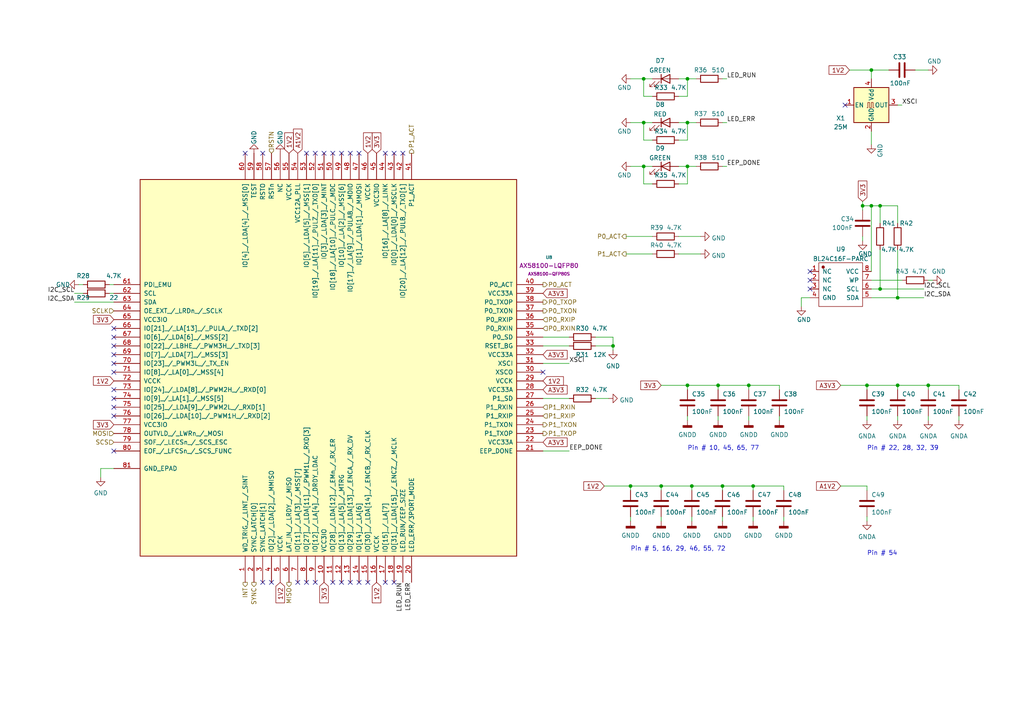
<source format=kicad_sch>
(kicad_sch (version 20211123) (generator eeschema)
  (paper "A4")
  (lib_symbols
    (symbol "Device:C" (pin_numbers hide) (pin_names (offset 0.254))
      (property "Reference" "C" (at 0.635 2.54 0))
      (property "Value" "C" (at 0.635 -2.54 0))
      (symbol "C_0_1"
        (polyline (pts (xy -2.032 -0.762) (xy 2.032 -0.762)) (stroke (width 0.508)))
        (polyline (pts (xy -2.032 0.762) (xy 2.032 0.762)) (stroke (width 0.508)))
      )
      (symbol "C_1_1"
        (pin passive line (at 0 3.81 270) (length 2.794) (name "~") (number "1"))
        (pin passive line (at 0 -3.81 90) (length 2.794) (name "~") (number "2"))
      )
    )
    (symbol "Device:LED" (pin_numbers hide) (pin_names (offset 1.016) hide)
      (property "Reference" "D" (at 0 2.54 0))
      (property "Value" "LED" (at 0 -2.54 0))
      (symbol "LED_0_1"
        (polyline (pts (xy -1.27 -1.27) (xy -1.27 1.27)) (stroke (width 0.254)))
        (polyline (pts (xy -1.27 0) (xy 1.27 0)))
        (polyline (pts (xy 1.27 -1.27) (xy 1.27 1.27) (xy -1.27 0) (xy 1.27 -1.27)) (stroke (width 0.254)))
        (polyline (pts (xy -3.048 -0.762) (xy -4.572 -2.286) (xy -3.81 -2.286) (xy -4.572 -2.286) (xy -4.572 -1.524)))
        (polyline (pts (xy -1.778 -0.762) (xy -3.302 -2.286) (xy -2.54 -2.286) (xy -3.302 -2.286) (xy -3.302 -1.524)))
      )
      (symbol "LED_1_1"
        (pin passive line (at -3.81 0 0) (length 2.54) (name "K") (number "1"))
        (pin passive line (at 3.81 0 180) (length 2.54) (name "A") (number "2"))
      )
    )
    (symbol "Device:R" (pin_numbers hide) (pin_names (offset 0))
      (property "Reference" "R" (at 2.032 0 90))
      (property "Value" "R" (at 0 0 90))
      (symbol "R_0_1"
        (rectangle (start -1.016 -2.54) (end 1.016 2.54) (stroke (width 0.254)))
      )
      (symbol "R_1_1"
        (pin passive line (at 0 3.81 270) (length 1.27) (name "~") (number "1"))
        (pin passive line (at 0 -3.81 90) (length 1.27) (name "~") (number "2"))
      )
    )
    (symbol "ECAT:AX58100-LQPF80" (pin_names (offset 1.016))
      (property "Reference" "U" (at -7.62 8.89 0))
      (property "user" "AX58100-LQFP80" (at 43.18 -50.8 0))
      (property "Comment" "AX58100-QFP80S" (at -3.81 8.89 0))
      (symbol "AX58100-LQPF80_1_1"
        (rectangle (start 0 -109.22) (end 109.22 0) (stroke (width 0.254)) (fill (type background)))
        (pin output line (at 30.48 -116.84 90) (length 7.62) (name "WD_TRIG_/_LINT_/_SINT") (number "1"))
        (pin power_in line (at 53.34 -116.84 90) (length 7.62) (name "VCC3IO") (number "10"))
        (pin bidirectional line (at 55.88 -116.84 90) (length 7.62) (name "IO[28]_/_LDA[12]_/_EMn_/_RX_ER") (number "11"))
        (pin bidirectional line (at 58.42 -116.84 90) (length 7.62) (name "IO[13]_/_LA[5]_/_MTRG") (number "12"))
        (pin bidirectional line (at 60.96 -116.84 90) (length 7.62) (name "IO[29]_/_LDA[13]_/_ENCA_/_RX_DV") (number "13"))
        (pin bidirectional line (at 63.5 -116.84 90) (length 7.62) (name "IO[14]_/_LA[6]") (number "14"))
        (pin bidirectional line (at 66.04 -116.84 90) (length 7.62) (name "IO[30]_/_LDA[14]_/_ENCB_/_RX_CLK") (number "15"))
        (pin power_in line (at 68.58 -116.84 90) (length 7.62) (name "VCCK") (number "16"))
        (pin bidirectional line (at 71.12 -116.84 90) (length 7.62) (name "IO[15]_/_LA[7]") (number "17"))
        (pin bidirectional line (at 73.66 -116.84 90) (length 7.62) (name "IO[31]_/_LDA[15]_/_ENCZ_/_MCLK") (number "18"))
        (pin output line (at 76.2 -116.84 90) (length 7.62) (name "LED_RUN/EEP_SIZE") (number "19"))
        (pin bidirectional line (at 33.02 -116.84 90) (length 7.62) (name "SYNC_LATCH[0]") (number "2"))
        (pin output line (at 78.74 -116.84 90) (length 7.62) (name "LED_ERR/3PORT_MODE") (number "20"))
        (pin output line (at 116.84 -78.74 180) (length 7.62) (name "EEP_DONE") (number "21"))
        (pin power_in line (at 116.84 -76.2 180) (length 7.62) (name "VCC33A") (number "22"))
        (pin output line (at 116.84 -73.66 180) (length 7.62) (name "P1_TXOP") (number "23"))
        (pin output line (at 116.84 -71.12 180) (length 7.62) (name "P1_TXON") (number "24"))
        (pin input line (at 116.84 -68.58 180) (length 7.62) (name "P1_RXIP") (number "25"))
        (pin input line (at 116.84 -66.04 180) (length 7.62) (name "P1_RXIN") (number "26"))
        (pin input line (at 116.84 -63.5 180) (length 7.62) (name "P1_SD") (number "27"))
        (pin power_in line (at 116.84 -60.96 180) (length 7.62) (name "VCC33A") (number "28"))
        (pin power_in line (at 116.84 -58.42 180) (length 7.62) (name "VCCK") (number "29"))
        (pin bidirectional line (at 35.56 -116.84 90) (length 7.62) (name "SYNC_LATCH[1]") (number "3"))
        (pin bidirectional line (at 116.84 -55.88 180) (length 7.62) (name "XSCO") (number "30"))
        (pin input line (at 116.84 -53.34 180) (length 7.62) (name "XSCI") (number "31"))
        (pin power_in line (at 116.84 -50.8 180) (length 7.62) (name "VCC33A") (number "32"))
        (pin bidirectional line (at 116.84 -48.26 180) (length 7.62) (name "RSET_BG") (number "33"))
        (pin input line (at 116.84 -45.72 180) (length 7.62) (name "P0_SD") (number "34"))
        (pin input line (at 116.84 -43.18 180) (length 7.62) (name "P0_RXIN") (number "35"))
        (pin input line (at 116.84 -40.64 180) (length 7.62) (name "P0_RXIP") (number "36"))
        (pin output line (at 116.84 -38.1 180) (length 7.62) (name "P0_TXON") (number "37"))
        (pin output line (at 116.84 -35.56 180) (length 7.62) (name "P0_TXOP") (number "38"))
        (pin power_in line (at 116.84 -33.02 180) (length 7.62) (name "VCC33A") (number "39"))
        (pin bidirectional line (at 38.1 -116.84 90) (length 7.62) (name "IO[2]_/_LDA[2]_/_MMISO") (number "4"))
        (pin output line (at 116.84 -30.48 180) (length 7.62) (name "P0_ACT") (number "40"))
        (pin output line (at 78.74 7.62 270) (length 7.62) (name "P1_ACT") (number "41"))
        (pin bidirectional line (at 76.2 7.62 270) (length 7.62) (name "IO[20]_/_LA[12]_/_PULB_/_TXD[1]") (number "42"))
        (pin bidirectional line (at 73.66 7.62 270) (length 7.62) (name "IO[0]_/_LDA[0]_/_MSCLK") (number "43"))
        (pin bidirectional line (at 71.12 7.62 270) (length 7.62) (name "IO[16]_/_LA[8]_/_LINK") (number "44"))
        (pin power_in line (at 68.58 7.62 270) (length 7.62) (name "VCC3IO") (number "45"))
        (pin power_in line (at 66.04 7.62 270) (length 7.62) (name "VCCK") (number "46"))
        (pin bidirectional line (at 63.5 7.62 270) (length 7.62) (name "IO[1]_/_LDA[1]_/_MMOSI") (number "47"))
        (pin bidirectional line (at 60.96 7.62 270) (length 7.62) (name "IO[17]_/_LA[9]_/_PULAB_/_MDIO") (number "48"))
        (pin bidirectional line (at 58.42 7.62 270) (length 7.62) (name "IO[10]_/_LA[2]_/_MSS[6]") (number "49"))
        (pin power_in line (at 40.64 -116.84 90) (length 7.62) (name "VCCK") (number "5"))
        (pin bidirectional line (at 55.88 7.62 270) (length 7.62) (name "IO[18]_/_LA[10]_/_PULC_/_MDC") (number "50"))
        (pin bidirectional line (at 53.34 7.62 270) (length 7.62) (name "IO[3]_/_LDA[3]_/_MINT") (number "51"))
        (pin bidirectional line (at 50.8 7.62 270) (length 7.62) (name "IO[19]_/_LA[11]_/_PULZ_/_TXD[0]") (number "52"))
        (pin bidirectional line (at 48.26 7.62 270) (length 7.62) (name "IO[5]_/_LDA[5]_/_MSS[1]") (number "53"))
        (pin power_in line (at 45.72 7.62 270) (length 7.62) (name "VCC12A_PLL") (number "54"))
        (pin power_in line (at 43.18 7.62 270) (length 7.62) (name "VCCK") (number "55"))
        (pin input line (at 40.64 7.62 270) (length 7.62) (name "NC") (number "56"))
        (pin input line (at 38.1 7.62 270) (length 7.62) (name "RSTn") (number "57"))
        (pin output line (at 35.56 7.62 270) (length 7.62) (name "RSTO") (number "58"))
        (pin input line (at 33.02 7.62 270) (length 7.62) (name "TEST") (number "59"))
        (pin bidirectional line (at 43.18 -116.84 90) (length 7.62) (name "LAT_IN_/_LRDY_/_MISO") (number "6"))
        (pin bidirectional line (at 30.48 7.62 270) (length 7.62) (name "IO[4]_/_LDA[4]_/_MSS[0]") (number "60"))
        (pin input line (at -7.62 -30.48 0) (length 7.62) (name "PDI_EMU") (number "61"))
        (pin output line (at -7.62 -33.02 0) (length 7.62) (name "SCL") (number "62"))
        (pin bidirectional line (at -7.62 -35.56 0) (length 7.62) (name "SDA") (number "63"))
        (pin input line (at -7.62 -38.1 0) (length 7.62) (name "OE_EXT_/_LRDn_/_SCLK") (number "64"))
        (pin power_in line (at -7.62 -40.64 0) (length 7.62) (name "VCC3IO") (number "65"))
        (pin bidirectional line (at -7.62 -43.18 0) (length 7.62) (name "IO[21]_/_LA[13]_/_PULA_/_TXD[2]") (number "66"))
        (pin bidirectional line (at -7.62 -45.72 0) (length 7.62) (name "IO[6]_/_LDA[6]_/_MSS[2]") (number "67"))
        (pin bidirectional line (at -7.62 -48.26 0) (length 7.62) (name "IO[22]_/_LBHE_/_PWM3H_/_TXD[3]") (number "68"))
        (pin bidirectional line (at -7.62 -50.8 0) (length 7.62) (name "IO[7]_/_LDA[7]_/_MSS[3]") (number "69"))
        (pin bidirectional line (at 45.72 -116.84 90) (length 7.62) (name "IO[11]_/_LA[3]_/_MSS[7]") (number "7"))
        (pin bidirectional line (at -7.62 -53.34 0) (length 7.62) (name "IO[23]_/_PWM3L_/_TX_EN") (number "70"))
        (pin bidirectional line (at -7.62 -55.88 0) (length 7.62) (name "IO[8]_/_LA[0]_/_MSS[4]") (number "71"))
        (pin power_in line (at -7.62 -58.42 0) (length 7.62) (name "VCCK") (number "72"))
        (pin bidirectional line (at -7.62 -60.96 0) (length 7.62) (name "IO[24]_/_LDA[8]_/_PWM2H_/_RXD[0]") (number "73"))
        (pin bidirectional line (at -7.62 -63.5 0) (length 7.62) (name "IO[9]_/_LA[1]_/_MSS[5]") (number "74"))
        (pin bidirectional line (at -7.62 -66.04 0) (length 7.62) (name "IO[25]_/_LDA[9]_/_PWM2L_/_RXD[1]") (number "75"))
        (pin bidirectional line (at -7.62 -68.58 0) (length 7.62) (name "IO[26]_/_LDA[10]_/_PWM1H_/_RXD[2]") (number "76"))
        (pin power_in line (at -7.62 -71.12 0) (length 7.62) (name "VCC3IO") (number "77"))
        (pin bidirectional line (at -7.62 -73.66 0) (length 7.62) (name "OUTVLD_/_LWRn_/_MOSI") (number "78"))
        (pin bidirectional line (at -7.62 -76.2 0) (length 7.62) (name "SOF_/_LECSn_/_SCS_ESC") (number "79"))
        (pin bidirectional line (at 48.26 -116.84 90) (length 7.62) (name "IO[27]_/_LDA[11]_/_PWM1L_/_RXD[3]") (number "8"))
        (pin bidirectional line (at -7.62 -78.74 0) (length 7.62) (name "EOF_/_LFCSn_/_SCS_FUNC") (number "80"))
        (pin power_in line (at -7.62 -83.82 0) (length 7.62) (name "GND_EPAD") (number "81"))
        (pin bidirectional line (at 50.8 -116.84 90) (length 7.62) (name "IO[12]_/_LA[4]_/_DRDY_LDAC") (number "9"))
      )
    )
    (symbol "ECAT:BL24C16F-PARC" (pin_names (offset 1.016))
      (property "Reference" "U" (at 0 8.9662 0))
      (property "Value" "BL24C16F-PARC" (at 0 14.0462 0))
      (symbol "BL24C16F-PARC_1_1"
        (rectangle (start -6.35 6.35) (end 6.35 -6.35) (stroke (width 0.1524)))
        (circle (center -5.08 5.08) (radius 0.381) (stroke (width 0.1524)) (fill (type outline)))
        (pin input line (at -8.89 3.81 0) (length 2.54) (name "NC") (number "1"))
        (pin input line (at -8.89 1.27 0) (length 2.54) (name "NC") (number "2"))
        (pin input line (at -8.89 -1.27 0) (length 2.54) (name "NC") (number "3"))
        (pin input line (at -8.89 -3.81 0) (length 2.54) (name "GND") (number "4"))
        (pin input line (at 8.89 -3.81 180) (length 2.54) (name "SDA") (number "5"))
        (pin input line (at 8.89 -1.27 180) (length 2.54) (name "SCL") (number "6"))
        (pin input line (at 8.89 1.27 180) (length 2.54) (name "WP") (number "7"))
        (pin input line (at 8.89 3.81 180) (length 2.54) (name "VCC") (number "8"))
      )
    )
    (symbol "Oscillator:ASE-xxxMHz" (pin_names (offset 0.254))
      (property "Reference" "X" (at -5.08 6.35 0))
      (property "Value" "ASE-xxxMHz" (at 1.27 -6.35 0))
      (symbol "ASE-xxxMHz_0_1"
        (rectangle (start -5.08 5.08) (end 5.08 -5.08) (stroke (width 0.254)) (fill (type background)))
        (polyline (pts (xy -1.27 -0.762) (xy -1.016 -0.762) (xy -1.016 0.762) (xy -0.508 0.762) (xy -0.508 -0.762) (xy 0 -0.762) (xy 0 0.762) (xy 0.508 0.762) (xy 0.508 -0.762) (xy 0.762 -0.762)))
      )
      (symbol "ASE-xxxMHz_1_1"
        (pin input line (at -7.62 0 0) (length 2.54) (name "EN") (number "1"))
        (pin power_in line (at 0 -7.62 90) (length 2.54) (name "GND") (number "2"))
        (pin output line (at 7.62 0 180) (length 2.54) (name "OUT") (number "3"))
        (pin power_in line (at 0 7.62 270) (length 2.54) (name "Vdd") (number "4"))
      )
    )
    (symbol "power:GND" (power) (pin_names (offset 0))
      (property "Value" "GND" (at 0 -3.81 0))
      (symbol "GND_0_1"
        (polyline (pts (xy 0 0) (xy 0 -1.27) (xy 1.27 -1.27) (xy 0 -2.54) (xy -1.27 -1.27) (xy 0 -1.27)))
      )
      (symbol "GND_1_1"
        (pin power_in line (at 0 0 270) (length 0) hide (name "GND") (number "1"))
      )
    )
    (symbol "power:GNDA" (power) (pin_names (offset 0))
      (property "Value" "GNDA" (at 0 -3.81 0))
      (symbol "GNDA_0_1"
        (polyline (pts (xy 0 0) (xy 0 -1.27) (xy 1.27 -1.27) (xy 0 -2.54) (xy -1.27 -1.27) (xy 0 -1.27)))
      )
      (symbol "GNDA_1_1"
        (pin power_in line (at 0 0 270) (length 0) hide (name "GNDA") (number "1"))
      )
    )
    (symbol "power:GNDD" (power) (pin_names (offset 0))
      (property "Value" "GNDD" (at 0 -3.175 0))
      (symbol "GNDD_0_1"
        (rectangle (start -1.27 -1.524) (end 1.27 -2.032) (stroke (width 0.254)) (fill (type outline)))
        (polyline (pts (xy 0 0) (xy 0 -1.524)))
      )
      (symbol "GNDD_1_1"
        (pin power_in line (at 0 0 270) (length 0) hide (name "GNDD") (number "1"))
      )
    )
  )
  (junction (at 260.35 111.76))
  (junction (at 199.39 48.26))
  (junction (at 255.27 59.69))
  (junction (at 218.44 140.97))
  (junction (at 177.8 100.33))
  (junction (at 251.46 111.76))
  (junction (at 252.73 20.32))
  (junction (at 217.17 111.76))
  (junction (at 191.77 140.97))
  (junction (at 199.39 111.76))
  (junction (at 199.39 35.56))
  (junction (at 186.69 35.56))
  (junction (at 200.66 140.97))
  (junction (at 269.24 111.76))
  (junction (at 186.69 22.86))
  (junction (at 250.19 59.69))
  (junction (at 208.28 111.76))
  (junction (at 199.39 22.86))
  (junction (at 182.88 140.97))
  (junction (at 209.55 140.97))
  (junction (at 260.35 86.36))
  (junction (at 186.69 48.26))
  (junction (at 255.27 83.82))
  (junction (at 252.73 59.69))
  (no_connect (at 33.02 130.81))
  (no_connect (at 234.95 78.74))
  (no_connect (at 234.95 81.28))
  (no_connect (at 234.95 83.82))
  (no_connect (at 71.12 44.45))
  (no_connect (at 76.2 44.45))
  (no_connect (at 101.6 44.45))
  (no_connect (at 104.14 44.45))
  (no_connect (at 99.06 44.45))
  (no_connect (at 88.9 44.45))
  (no_connect (at 91.44 44.45))
  (no_connect (at 93.98 44.45))
  (no_connect (at 96.52 44.45))
  (no_connect (at 157.48 107.95))
  (no_connect (at 33.02 120.65))
  (no_connect (at 33.02 118.11))
  (no_connect (at 33.02 115.57))
  (no_connect (at 33.02 113.03))
  (no_connect (at 111.76 168.91))
  (no_connect (at 114.3 168.91))
  (no_connect (at 114.3 44.45))
  (no_connect (at 33.02 107.95))
  (no_connect (at 33.02 105.41))
  (no_connect (at 33.02 102.87))
  (no_connect (at 33.02 100.33))
  (no_connect (at 33.02 97.79))
  (no_connect (at 33.02 95.25))
  (no_connect (at 245.11 30.48))
  (no_connect (at 111.76 44.45))
  (no_connect (at 116.84 44.45))
  (no_connect (at 106.68 168.91))
  (no_connect (at 101.6 168.91))
  (no_connect (at 104.14 168.91))
  (no_connect (at 76.2 168.91))
  (no_connect (at 78.74 168.91))
  (no_connect (at 86.36 168.91))
  (no_connect (at 88.9 168.91))
  (no_connect (at 91.44 168.91))
  (no_connect (at 96.52 168.91))
  (no_connect (at 99.06 168.91))
  (wire (pts (xy 199.39 111.76) (xy 208.28 111.76)))
  (wire (pts (xy 182.88 140.97) (xy 191.77 140.97)))
  (wire (pts (xy 218.44 149.86) (xy 218.44 151.13)))
  (wire (pts (xy 177.8 100.33) (xy 177.8 97.79)))
  (wire (pts (xy 250.19 58.42) (xy 250.19 59.69)))
  (wire (pts (xy 210.82 48.26) (xy 209.55 48.26)))
  (wire (pts (xy 172.72 100.33) (xy 177.8 100.33)))
  (wire (pts (xy 208.28 111.76) (xy 217.17 111.76)))
  (wire (pts (xy 243.84 111.76) (xy 251.46 111.76)))
  (wire (pts (xy 157.48 115.57) (xy 165.1 115.57)))
  (wire (pts (xy 199.39 120.65) (xy 199.39 121.92)))
  (wire (pts (xy 255.27 83.82) (xy 267.97 83.82)))
  (wire (pts (xy 181.61 68.58) (xy 189.23 68.58)))
  (wire (pts (xy 227.33 149.86) (xy 227.33 151.13)))
  (wire (pts (xy 29.21 138.43) (xy 29.21 135.89)))
  (wire (pts (xy 196.85 48.26) (xy 199.39 48.26)))
  (wire (pts (xy 181.61 73.66) (xy 189.23 73.66)))
  (wire (pts (xy 252.73 83.82) (xy 255.27 83.82)))
  (wire (pts (xy 191.77 111.76) (xy 199.39 111.76)))
  (wire (pts (xy 269.24 120.65) (xy 269.24 121.92)))
  (wire (pts (xy 200.66 140.97) (xy 200.66 142.24)))
  (wire (pts (xy 218.44 140.97) (xy 218.44 142.24)))
  (wire (pts (xy 265.43 20.32) (xy 269.24 20.32)))
  (wire (pts (xy 260.35 111.76) (xy 269.24 111.76)))
  (wire (pts (xy 196.85 27.94) (xy 199.39 27.94)))
  (wire (pts (xy 260.35 72.39) (xy 260.35 86.36)))
  (wire (pts (xy 199.39 35.56) (xy 201.93 35.56)))
  (wire (pts (xy 199.39 53.34) (xy 199.39 48.26)))
  (wire (pts (xy 252.73 81.28) (xy 261.62 81.28)))
  (wire (pts (xy 269.24 111.76) (xy 278.13 111.76)))
  (wire (pts (xy 251.46 111.76) (xy 260.35 111.76)))
  (wire (pts (xy 255.27 59.69) (xy 252.73 59.69)))
  (wire (pts (xy 21.59 85.09) (xy 24.13 85.09)))
  (wire (pts (xy 157.48 100.33) (xy 165.1 100.33)))
  (wire (pts (xy 200.66 140.97) (xy 209.55 140.97)))
  (wire (pts (xy 200.66 149.86) (xy 200.66 151.13)))
  (wire (pts (xy 191.77 140.97) (xy 200.66 140.97)))
  (wire (pts (xy 186.69 48.26) (xy 189.23 48.26)))
  (wire (pts (xy 196.85 40.64) (xy 199.39 40.64)))
  (wire (pts (xy 252.73 38.1) (xy 252.73 41.91)))
  (wire (pts (xy 260.35 111.76) (xy 260.35 113.03)))
  (wire (pts (xy 196.85 22.86) (xy 199.39 22.86)))
  (wire (pts (xy 246.38 20.32) (xy 252.73 20.32)))
  (wire (pts (xy 255.27 72.39) (xy 255.27 83.82)))
  (wire (pts (xy 191.77 140.97) (xy 191.77 142.24)))
  (wire (pts (xy 196.85 53.34) (xy 199.39 53.34)))
  (wire (pts (xy 250.19 59.69) (xy 250.19 60.96)))
  (wire (pts (xy 209.55 140.97) (xy 218.44 140.97)))
  (wire (pts (xy 251.46 120.65) (xy 251.46 121.92)))
  (wire (pts (xy 189.23 27.94) (xy 186.69 27.94)))
  (wire (pts (xy 255.27 64.77) (xy 255.27 59.69)))
  (wire (pts (xy 260.35 64.77) (xy 260.35 59.69)))
  (wire (pts (xy 209.55 149.86) (xy 209.55 151.13)))
  (wire (pts (xy 252.73 59.69) (xy 250.19 59.69)))
  (wire (pts (xy 199.39 40.64) (xy 199.39 35.56)))
  (wire (pts (xy 186.69 22.86) (xy 189.23 22.86)))
  (wire (pts (xy 186.69 53.34) (xy 186.69 48.26)))
  (wire (pts (xy 31.75 85.09) (xy 33.02 85.09)))
  (wire (pts (xy 182.88 140.97) (xy 182.88 142.24)))
  (wire (pts (xy 243.84 140.97) (xy 251.46 140.97)))
  (wire (pts (xy 252.73 20.32) (xy 252.73 22.86)))
  (wire (pts (xy 218.44 140.97) (xy 227.33 140.97)))
  (wire (pts (xy 261.62 30.48) (xy 260.35 30.48)))
  (wire (pts (xy 260.35 86.36) (xy 267.97 86.36)))
  (wire (pts (xy 21.59 87.63) (xy 33.02 87.63)))
  (wire (pts (xy 165.1 130.81) (xy 157.48 130.81)))
  (wire (pts (xy 217.17 120.65) (xy 217.17 121.92)))
  (wire (pts (xy 269.24 111.76) (xy 269.24 113.03)))
  (wire (pts (xy 251.46 149.86) (xy 251.46 151.13)))
  (wire (pts (xy 252.73 86.36) (xy 260.35 86.36)))
  (wire (pts (xy 31.75 82.55) (xy 33.02 82.55)))
  (wire (pts (xy 177.8 101.6) (xy 177.8 100.33)))
  (wire (pts (xy 199.39 111.76) (xy 199.39 113.03)))
  (wire (pts (xy 172.72 115.57) (xy 176.53 115.57)))
  (wire (pts (xy 251.46 111.76) (xy 251.46 113.03)))
  (wire (pts (xy 22.86 82.55) (xy 24.13 82.55)))
  (wire (pts (xy 196.85 35.56) (xy 199.39 35.56)))
  (wire (pts (xy 226.06 120.65) (xy 226.06 121.92)))
  (wire (pts (xy 186.69 27.94) (xy 186.69 22.86)))
  (wire (pts (xy 269.24 81.28) (xy 270.51 81.28)))
  (wire (pts (xy 165.1 105.41) (xy 157.48 105.41)))
  (wire (pts (xy 175.26 140.97) (xy 182.88 140.97)))
  (wire (pts (xy 260.35 59.69) (xy 255.27 59.69)))
  (wire (pts (xy 217.17 111.76) (xy 226.06 111.76)))
  (wire (pts (xy 209.55 140.97) (xy 209.55 142.24)))
  (wire (pts (xy 252.73 20.32) (xy 257.81 20.32)))
  (wire (pts (xy 208.28 120.65) (xy 208.28 121.92)))
  (wire (pts (xy 182.88 22.86) (xy 186.69 22.86)))
  (wire (pts (xy 210.82 22.86) (xy 209.55 22.86)))
  (wire (pts (xy 199.39 48.26) (xy 201.93 48.26)))
  (wire (pts (xy 189.23 40.64) (xy 186.69 40.64)))
  (wire (pts (xy 182.88 35.56) (xy 186.69 35.56)))
  (wire (pts (xy 278.13 111.76) (xy 278.13 113.03)))
  (wire (pts (xy 226.06 111.76) (xy 226.06 113.03)))
  (wire (pts (xy 227.33 140.97) (xy 227.33 142.24)))
  (wire (pts (xy 29.21 135.89) (xy 33.02 135.89)))
  (wire (pts (xy 157.48 97.79) (xy 165.1 97.79)))
  (wire (pts (xy 232.41 88.9) (xy 232.41 86.36)))
  (wire (pts (xy 196.85 73.66) (xy 203.2 73.66)))
  (wire (pts (xy 186.69 35.56) (xy 189.23 35.56)))
  (wire (pts (xy 251.46 140.97) (xy 251.46 142.24)))
  (wire (pts (xy 210.82 35.56) (xy 209.55 35.56)))
  (wire (pts (xy 217.17 111.76) (xy 217.17 113.03)))
  (wire (pts (xy 196.85 68.58) (xy 203.2 68.58)))
  (wire (pts (xy 252.73 78.74) (xy 252.73 59.69)))
  (wire (pts (xy 182.88 149.86) (xy 182.88 151.13)))
  (wire (pts (xy 278.13 120.65) (xy 278.13 121.92)))
  (wire (pts (xy 250.19 68.58) (xy 250.19 69.85)))
  (wire (pts (xy 199.39 22.86) (xy 201.93 22.86)))
  (wire (pts (xy 177.8 97.79) (xy 172.72 97.79)))
  (wire (pts (xy 191.77 149.86) (xy 191.77 151.13)))
  (wire (pts (xy 260.35 120.65) (xy 260.35 121.92)))
  (wire (pts (xy 182.88 48.26) (xy 186.69 48.26)))
  (wire (pts (xy 186.69 40.64) (xy 186.69 35.56)))
  (wire (pts (xy 208.28 111.76) (xy 208.28 113.03)))
  (wire (pts (xy 189.23 53.34) (xy 186.69 53.34)))
  (wire (pts (xy 232.41 86.36) (xy 234.95 86.36)))
  (wire (pts (xy 199.39 27.94) (xy 199.39 22.86)))
  (text "Pin # 5, 16, 29, 46, 55, 72" (at 182.88 160.02 0) (effects (font (size 1.27 1.27)) (justify left bottom)))
  (text "Pin # 10, 45, 65, 77" (at 199.39 130.81 0) (effects (font (size 1.27 1.27)) (justify left bottom)))
  (text "Pin # 54" (at 251.46 161.29 0) (effects (font (size 1.27 1.27)) (justify left bottom)))
  (text "Pin # 22, 28, 32, 39" (at 251.46 130.81 0) (effects (font (size 1.27 1.27)) (justify left bottom)))
  (label "I2C_SCL" (at 267.97 83.82 0))
  (label "I2C_SCL" (at 21.59 85.09 180))
  (label "LED_ERR" (at 119.38 168.91 270))
  (label "LED_RUN" (at 116.84 168.91 270))
  (label "EEP_DONE" (at 165.1 130.81 0))
  (label "EEP_DONE" (at 210.82 48.26 0))
  (label "I2C_SDA" (at 267.97 86.36 0))
  (label "LED_RUN" (at 210.82 22.86 0))
  (label "XSCI" (at 165.1 105.41 0))
  (label "XSCI" (at 261.62 30.48 0))
  (label "I2C_SDA" (at 21.59 87.63 180))
  (label "LED_ERR" (at 210.82 35.56 0))
  (global_label "A3V3" (shape input) (at 157.48 102.87 0) (property "Intersheet References" "${INTERSHEET_REFS}" (effects hide)))
  (global_label "1V2" (shape input) (at 33.02 110.49 180) (property "Intersheet References" "${INTERSHEET_REFS}" (effects hide)))
  (global_label "A3V3" (shape input) (at 157.48 113.03 0) (property "Intersheet References" "${INTERSHEET_REFS}" (effects hide)))
  (global_label "A3V3" (shape input) (at 157.48 85.09 0) (property "Intersheet References" "${INTERSHEET_REFS}" (effects hide)))
  (global_label "1V2" (shape input) (at 109.22 168.91 270) (property "Intersheet References" "${INTERSHEET_REFS}" (effects hide)))
  (global_label "3V3" (shape input) (at 33.02 92.71 180) (property "Intersheet References" "${INTERSHEET_REFS}" (effects hide)))
  (global_label "1V2" (shape input) (at 81.28 168.91 270) (property "Intersheet References" "${INTERSHEET_REFS}" (effects hide)))
  (global_label "3V3" (shape input) (at 93.98 168.91 270) (property "Intersheet References" "${INTERSHEET_REFS}" (effects hide)))
  (global_label "1V2" (shape input) (at 106.68 44.45 90) (property "Intersheet References" "${INTERSHEET_REFS}" (effects hide)))
  (global_label "3V3" (shape input) (at 109.22 44.45 90) (property "Intersheet References" "${INTERSHEET_REFS}" (effects hide)))
  (global_label "3V3" (shape input) (at 250.19 58.42 90) (property "Intersheet References" "${INTERSHEET_REFS}" (effects hide)))
  (global_label "1V2" (shape input) (at 246.38 20.32 180) (property "Intersheet References" "${INTERSHEET_REFS}" (effects hide)))
  (global_label "1V2" (shape input) (at 157.48 110.49 0) (property "Intersheet References" "${INTERSHEET_REFS}" (effects hide)))
  (global_label "A3V3" (shape input) (at 157.48 128.27 0) (property "Intersheet References" "${INTERSHEET_REFS}" (effects hide)))
  (global_label "1V2" (shape input) (at 175.26 140.97 180) (property "Intersheet References" "${INTERSHEET_REFS}" (effects hide)))
  (global_label "1V2" (shape input) (at 83.82 44.45 90) (property "Intersheet References" "${INTERSHEET_REFS}" (effects hide)))
  (global_label "A1V2" (shape input) (at 86.36 44.45 90) (property "Intersheet References" "${INTERSHEET_REFS}" (effects hide)))
  (global_label "A1V2" (shape input) (at 243.84 140.97 180) (property "Intersheet References" "${INTERSHEET_REFS}" (effects hide)))
  (global_label "3V3" (shape input) (at 33.02 123.19 180) (property "Intersheet References" "${INTERSHEET_REFS}" (effects hide)))
  (global_label "A3V3" (shape input) (at 243.84 111.76 180) (property "Intersheet References" "${INTERSHEET_REFS}" (effects hide)))
  (global_label "3V3" (shape input) (at 191.77 111.76 180) (property "Intersheet References" "${INTERSHEET_REFS}" (effects hide)))
  (hierarchical_label "SYNC" (shape output) (at 73.66 168.91 270))
  (hierarchical_label "P1_TXOP" (shape output) (at 157.48 125.73 0))
  (hierarchical_label "P0_RXIP" (shape input) (at 157.48 92.71 0))
  (hierarchical_label "RSTN" (shape input) (at 78.74 44.45 90))
  (hierarchical_label "SCLK" (shape input) (at 33.02 90.17 180))
  (hierarchical_label "SCS" (shape input) (at 33.02 128.27 180))
  (hierarchical_label "P1_RXIP" (shape input) (at 157.48 120.65 0))
  (hierarchical_label "P0_TXOP" (shape output) (at 157.48 87.63 0))
  (hierarchical_label "P1_ACT" (shape output) (at 119.38 44.45 90))
  (hierarchical_label "P1_TXON" (shape output) (at 157.48 123.19 0))
  (hierarchical_label "P0_TXON" (shape output) (at 157.48 90.17 0))
  (hierarchical_label "INT" (shape output) (at 71.12 168.91 270))
  (hierarchical_label "P1_RXIN" (shape input) (at 157.48 118.11 0))
  (hierarchical_label "MOSI" (shape input) (at 33.02 125.73 180))
  (hierarchical_label "MISO" (shape output) (at 83.82 168.91 270))
  (hierarchical_label "P0_RXIN" (shape input) (at 157.48 95.25 0))
  (hierarchical_label "P0_ACT" (shape output) (at 181.61 68.58 180))
  (hierarchical_label "P0_ACT" (shape output) (at 157.48 82.55 0))
  (hierarchical_label "P1_ACT" (shape output) (at 181.61 73.66 180))
  (symbol (lib_id "power:GNDD") (at 191.77 151.13 0) (unit 1)
    (property "Reference" "#PWR0186" (effects hide))
    (property "Value" "GNDD" (at 191.77 155.3115 0))
  )
  (symbol (lib_id "power:GNDD") (at 227.33 151.13 0) (unit 1)
    (property "Reference" "#PWR0182" (effects hide))
    (property "Value" "GNDD" (at 227.33 155.3115 0))
  )
  (symbol (lib_id "Device:C") (at 218.44 146.05 0) (unit 1)
    (property "Reference" "C47" (at 219.71 143.51 0) (effects (justify left)))
    (property "Value" "100nF" (at 219.71 148.59 0) (effects (justify left)))
    (property "Footprint" "Capacitor_SMD:C_0603_1608Metric" (effects hide))
  )
  (symbol (lib_id "power:GND") (at 81.28 44.45 180) (unit 1)
    (property "Reference" "#PWR0160" (effects hide))
    (property "Value" "GND" (at 81.28 41.91 90) (effects (justify right)))
  )
  (symbol (lib_id "Device:R") (at 205.74 22.86 90) (unit 1)
    (property "Reference" "R36" (at 203.2 20.32 90))
    (property "Value" "510" (at 208.28 20.32 90))
    (property "Footprint" "Resistor_SMD:R_0603_1608Metric" (effects hide))
  )
  (symbol (lib_id "Device:R") (at 265.43 81.28 90) (unit 1)
    (property "Reference" "R43" (at 261.62 78.74 90))
    (property "Value" "4.7K" (at 266.7 78.74 90))
    (property "Footprint" "Resistor_SMD:R_0603_1608Metric" (effects hide))
  )
  (symbol (lib_id "power:GND") (at 29.21 138.43 0) (unit 1)
    (property "Reference" "#PWR0164" (effects hide))
    (property "Value" "GND" (at 29.21 142.9925 0))
  )
  (symbol (lib_id "power:GNDD") (at 208.28 121.92 0) (unit 1)
    (property "Reference" "#PWR0179" (effects hide))
    (property "Value" "GNDD" (at 208.28 126.1015 0))
  )
  (symbol (lib_id "power:GND") (at 182.88 22.86 270) (unit 1)
    (property "Reference" "#PWR0170" (effects hide))
    (property "Value" "GND" (at 179.07 25.4 90) (effects (justify left)))
  )
  (symbol (lib_id "Device:LED") (at 193.04 48.26 0) (unit 1)
    (property "Reference" "D9" (at 191.4525 43.0235 0))
    (property "Value" "GREEN" (at 191.4525 45.7986 0))
    (property "Footprint" "LED_SMD:LED_0603_1608Metric" (effects hide))
  )
  (symbol (lib_id "Device:C") (at 217.17 116.84 0) (unit 1)
    (property "Reference" "C37" (at 218.44 114.3 0) (effects (justify left)))
    (property "Value" "100nF" (at 218.44 119.38 0) (effects (justify left)))
    (property "Footprint" "Capacitor_SMD:C_0603_1608Metric" (effects hide))
  )
  (symbol (lib_id "Device:C") (at 278.13 116.84 0) (unit 1)
    (property "Reference" "C42" (at 279.4 114.3 0) (effects (justify left)))
    (property "Value" "100nF" (at 279.4 119.38 0) (effects (justify left)))
    (property "Footprint" "Capacitor_SMD:C_0603_1608Metric" (effects hide))
  )
  (symbol (lib_id "Device:C") (at 227.33 146.05 0) (unit 1)
    (property "Reference" "C48" (at 228.6 143.51 0) (effects (justify left)))
    (property "Value" "100nF" (at 228.6 148.59 0) (effects (justify left)))
    (property "Footprint" "Capacitor_SMD:C_0603_1608Metric" (effects hide))
  )
  (symbol (lib_id "power:GND") (at 176.53 115.57 90) (unit 1)
    (property "Reference" "#PWR0163" (effects hide))
    (property "Value" "GND" (at 179.705 116.049 90) (effects (justify right)))
  )
  (symbol (lib_id "power:GNDD") (at 199.39 121.92 0) (unit 1)
    (property "Reference" "#PWR0180" (effects hide))
    (property "Value" "GNDD" (at 199.39 126.1015 0))
  )
  (symbol (lib_id "power:GNDA") (at 251.46 151.13 0) (unit 1)
    (property "Reference" "#PWR0183" (effects hide))
    (property "Value" "GNDA" (at 251.46 155.6925 0))
  )
  (symbol (lib_id "power:GND") (at 73.66 44.45 180) (unit 1)
    (property "Reference" "#PWR0161" (effects hide))
    (property "Value" "GND" (at 73.66 41.91 90) (effects (justify right)))
  )
  (symbol (lib_id "Device:R") (at 255.27 68.58 0) (unit 1)
    (property "Reference" "R41" (at 257.81 64.77 0))
    (property "Value" "4.7K" (at 257.81 72.39 0))
    (property "Footprint" "Resistor_SMD:R_0603_1608Metric" (effects hide))
  )
  (symbol (lib_id "Device:C") (at 209.55 146.05 0) (unit 1)
    (property "Reference" "C46" (at 210.82 143.51 0) (effects (justify left)))
    (property "Value" "100nF" (at 210.82 148.59 0) (effects (justify left)))
    (property "Footprint" "Capacitor_SMD:C_0603_1608Metric" (effects hide))
  )
  (symbol (lib_id "Device:R") (at 193.04 68.58 90) (unit 1)
    (property "Reference" "R39" (at 190.5 66.04 90))
    (property "Value" "4.7K" (at 195.58 66.04 90))
    (property "Footprint" "Resistor_SMD:R_0603_1608Metric" (effects hide))
  )
  (symbol (lib_id "power:GNDA") (at 269.24 121.92 0) (unit 1)
    (property "Reference" "#PWR0173" (effects hide))
    (property "Value" "GNDA" (at 269.24 126.4825 0))
  )
  (symbol (lib_id "Device:C") (at 191.77 146.05 0) (unit 1)
    (property "Reference" "C44" (at 193.04 143.51 0) (effects (justify left)))
    (property "Value" "100nF" (at 193.04 148.59 0) (effects (justify left)))
    (property "Footprint" "Capacitor_SMD:C_0603_1608Metric" (effects hide))
  )
  (symbol (lib_id "Device:C") (at 208.28 116.84 0) (unit 1)
    (property "Reference" "C36" (at 209.55 114.3 0) (effects (justify left)))
    (property "Value" "100nF" (at 209.55 119.38 0) (effects (justify left)))
    (property "Footprint" "Capacitor_SMD:C_0603_1608Metric" (effects hide))
  )
  (symbol (lib_id "power:GNDD") (at 217.17 121.92 0) (unit 1)
    (property "Reference" "#PWR0178" (effects hide))
    (property "Value" "GNDD" (at 217.17 126.1015 0))
  )
  (symbol (lib_id "Device:R") (at 168.91 115.57 90) (unit 1)
    (property "Reference" "R32" (at 168.91 113.03 90))
    (property "Value" "4.7K" (at 173.99 113.03 90))
    (property "Footprint" "Resistor_SMD:R_0603_1608Metric" (effects hide))
  )
  (symbol (lib_id "Device:C") (at 251.46 116.84 0) (unit 1)
    (property "Reference" "C39" (at 252.73 114.3 0) (effects (justify left)))
    (property "Value" "100nF" (at 252.73 119.38 0) (effects (justify left)))
    (property "Footprint" "Capacitor_SMD:C_0603_1608Metric" (effects hide))
  )
  (symbol (lib_id "power:GNDD") (at 200.66 151.13 0) (unit 1)
    (property "Reference" "#PWR0184" (effects hide))
    (property "Value" "GNDD" (at 200.66 155.3115 0))
  )
  (symbol (lib_id "Device:R") (at 193.04 73.66 90) (unit 1)
    (property "Reference" "R40" (at 190.5 71.12 90))
    (property "Value" "4.7K" (at 195.58 71.12 90))
    (property "Footprint" "Resistor_SMD:R_0603_1608Metric" (effects hide))
  )
  (symbol (lib_id "power:GND") (at 22.86 82.55 270) (unit 1)
    (property "Reference" "#PWR0165" (effects hide))
    (property "Value" "GND" (at 20.32 82.55 90) (effects (justify right)))
  )
  (symbol (lib_id "power:GND") (at 203.2 73.66 90) (unit 1)
    (property "Reference" "#PWR0166" (effects hide))
    (property "Value" "GND" (at 206.375 74.139 90) (effects (justify right)))
  )
  (symbol (lib_id "power:GNDD") (at 218.44 151.13 0) (unit 1)
    (property "Reference" "#PWR0181" (effects hide))
    (property "Value" "GNDD" (at 218.44 155.3115 0))
  )
  (symbol (lib_id "Device:R") (at 27.94 82.55 90) (unit 1)
    (property "Reference" "R28" (at 24.13 80.01 90))
    (property "Value" "4.7K" (at 33.02 80.01 90))
    (property "Footprint" "Resistor_SMD:R_0603_1608Metric" (effects hide))
  )
  (symbol (lib_id "ECAT:AX58100-LQPF80") (at 40.64 52.07 0) (unit 1)
    (property "Reference" "U8" (at 159.2285 74.649 0) (effects (font (size 0.889 0.889))))
    (property "Value" "AX58100-LQPF80" (effects hide))
    (property "Footprint" "EXTRA IC:AX58100-QFP80" (effects hide))
    (property "user" "AX58100-LQFP80" (at 159.2285 77.0458 0))
    (property "Comment" "AX58100-QFP80S" (at 159.2285 79.4426 0) (effects (font (size 0.889 0.889))))
  )
  (symbol (lib_id "power:GNDD") (at 226.06 121.92 0) (unit 1)
    (property "Reference" "#PWR0177" (effects hide))
    (property "Value" "GNDD" (at 226.06 126.1015 0))
  )
  (symbol (lib_id "power:GNDD") (at 209.55 151.13 0) (unit 1)
    (property "Reference" "#PWR0185" (effects hide))
    (property "Value" "GNDD" (at 209.55 155.3115 0))
  )
  (symbol (lib_id "Device:C") (at 199.39 116.84 0) (unit 1)
    (property "Reference" "C35" (at 200.66 114.3 0) (effects (justify left)))
    (property "Value" "100nF" (at 200.66 119.38 0) (effects (justify left)))
    (property "Footprint" "Capacitor_SMD:C_0603_1608Metric" (effects hide))
  )
  (symbol (lib_id "Device:R") (at 193.04 40.64 90) (unit 1)
    (property "Reference" "R34" (at 191.77 38.1 90))
    (property "Value" "4.7K" (at 196.85 38.1 90))
    (property "Footprint" "Resistor_SMD:R_0603_1608Metric" (effects hide))
  )
  (symbol (lib_id "Device:R") (at 205.74 35.56 90) (unit 1)
    (property "Reference" "R37" (at 203.2 33.02 90))
    (property "Value" "510" (at 208.28 33.02 90))
    (property "Footprint" "Resistor_SMD:R_0603_1608Metric" (effects hide))
  )
  (symbol (lib_id "Device:R") (at 193.04 53.34 90) (unit 1)
    (property "Reference" "R35" (at 191.77 50.8 90))
    (property "Value" "4.7K" (at 196.85 50.8 90))
    (property "Footprint" "Resistor_SMD:R_0603_1608Metric" (effects hide))
  )
  (symbol (lib_id "power:GND") (at 182.88 35.56 270) (unit 1)
    (property "Reference" "#PWR0169" (effects hide))
    (property "Value" "GND" (at 179.07 38.1 90) (effects (justify left)))
  )
  (symbol (lib_id "Device:C") (at 250.19 64.77 0) (unit 1)
    (property "Reference" "C34" (at 243.84 63.5 0) (effects (justify left)))
    (property "Value" "100nF" (at 241.3 66.04 0) (effects (justify left)))
    (property "Footprint" "Capacitor_SMD:C_0603_1608Metric" (effects hide))
  )
  (symbol (lib_id "power:GNDD") (at 182.88 151.13 0) (unit 1)
    (property "Reference" "#PWR0190" (effects hide))
    (property "Value" "GNDD" (at 182.88 155.3115 0))
  )
  (symbol (lib_id "power:GND") (at 269.24 20.32 90) (unit 1)
    (property "Reference" "#PWR0171" (effects hide))
    (property "Value" "GND" (at 273.05 17.78 90) (effects (justify left)))
  )
  (symbol (lib_id "Device:C") (at 269.24 116.84 0) (unit 1)
    (property "Reference" "C41" (at 270.51 114.3 0) (effects (justify left)))
    (property "Value" "100nF" (at 270.51 119.38 0) (effects (justify left)))
    (property "Footprint" "Capacitor_SMD:C_0603_1608Metric" (effects hide))
  )
  (symbol (lib_id "Device:LED") (at 193.04 22.86 0) (unit 1)
    (property "Reference" "D7" (at 191.4525 17.6235 0))
    (property "Value" "GREEN" (at 191.4525 20.3986 0))
    (property "Footprint" "LED_SMD:LED_0603_1608Metric" (effects hide))
  )
  (symbol (lib_id "Device:C") (at 182.88 146.05 0) (unit 1)
    (property "Reference" "C43" (at 184.15 143.51 0) (effects (justify left)))
    (property "Value" "100nF" (at 184.15 148.59 0) (effects (justify left)))
    (property "Footprint" "Capacitor_SMD:C_0603_1608Metric" (effects hide))
  )
  (symbol (lib_id "power:GNDA") (at 251.46 121.92 0) (unit 1)
    (property "Reference" "#PWR0176" (effects hide))
    (property "Value" "GNDA" (at 251.46 126.4825 0))
  )
  (symbol (lib_id "Device:R") (at 193.04 27.94 90) (unit 1)
    (property "Reference" "R33" (at 191.77 25.4 90))
    (property "Value" "4.7K" (at 196.85 25.4 90))
    (property "Footprint" "Resistor_SMD:R_0603_1608Metric" (effects hide))
  )
  (symbol (lib_id "Device:LED") (at 193.04 35.56 0) (unit 1)
    (property "Reference" "D8" (at 191.4525 30.3235 0))
    (property "Value" "RED" (at 191.4525 33.0986 0))
    (property "Footprint" "LED_SMD:LED_0603_1608Metric" (effects hide))
  )
  (symbol (lib_id "Device:C") (at 261.62 20.32 90) (unit 1)
    (property "Reference" "C33" (at 262.89 16.51 90) (effects (justify left)))
    (property "Value" "100nF" (at 264.16 24.13 90) (effects (justify left)))
    (property "Footprint" "Capacitor_SMD:C_0603_1608Metric" (effects hide))
  )
  (symbol (lib_id "power:GND") (at 177.8 101.6 0) (unit 1)
    (property "Reference" "#PWR0162" (effects hide))
    (property "Value" "GND" (at 177.8 106.1625 0))
  )
  (symbol (lib_id "power:GNDA") (at 260.35 121.92 0) (unit 1)
    (property "Reference" "#PWR0174" (effects hide))
    (property "Value" "GNDA" (at 260.35 126.4825 0))
  )
  (symbol (lib_id "Oscillator:ASE-xxxMHz") (at 252.73 30.48 0) (unit 1)
    (property "Reference" "X1" (at 243.84 34.29 0))
    (property "Value" "25M" (at 243.84 36.83 0))
    (property "Footprint" "Crystal:Crystal_SMD_3225-4Pin_3.2x2.5mm" (effects hide))
    (property "Datasheet" "http://www.abracon.com/Oscillators/ASV.pdf" (effects hide))
  )
  (symbol (lib_id "ECAT:BL24C16F-PARC") (at 243.84 82.55 0) (unit 1)
    (property "Reference" "U9" (at 243.84 72.2843 0))
    (property "Value" "BL24C16F-PARC" (at 243.84 75.0594 0))
    (property "Footprint" "Package_SO:SOP-8_3.9x4.9mm_P1.27mm" (effects hide))
    (property "SuppliersPartNumber" "C2828223" (effects hide))
    (property "uuid" "std:98800da7096e4c9b9e97a623248a1fac" (effects hide))
  )
  (symbol (lib_id "Device:C") (at 226.06 116.84 0) (unit 1)
    (property "Reference" "C38" (at 227.33 114.3 0) (effects (justify left)))
    (property "Value" "100nF" (at 227.33 119.38 0) (effects (justify left)))
    (property "Footprint" "Capacitor_SMD:C_0603_1608Metric" (effects hide))
  )
  (symbol (lib_id "Device:C") (at 260.35 116.84 0) (unit 1)
    (property "Reference" "C40" (at 261.62 114.3 0) (effects (justify left)))
    (property "Value" "100nF" (at 261.62 119.38 0) (effects (justify left)))
    (property "Footprint" "Capacitor_SMD:C_0603_1608Metric" (effects hide))
  )
  (symbol (lib_id "Device:R") (at 168.91 97.79 90) (unit 1)
    (property "Reference" "R30" (at 168.91 95.25 90))
    (property "Value" "4.7K" (at 173.99 95.25 90))
    (property "Footprint" "Resistor_SMD:R_0603_1608Metric" (effects hide))
  )
  (symbol (lib_id "Device:C") (at 200.66 146.05 0) (unit 1)
    (property "Reference" "C45" (at 201.93 143.51 0) (effects (justify left)))
    (property "Value" "100nF" (at 201.93 148.59 0) (effects (justify left)))
    (property "Footprint" "Capacitor_SMD:C_0603_1608Metric" (effects hide))
  )
  (symbol (lib_id "Device:R") (at 168.91 100.33 90) (unit 1)
    (property "Reference" "R31" (at 168.91 102.87 90))
    (property "Value" "12K" (at 173.99 102.87 90))
    (property "Footprint" "Resistor_SMD:R_0603_1608Metric" (effects hide))
  )
  (symbol (lib_id "power:GND") (at 250.19 69.85 0) (unit 1)
    (property "Reference" "#PWR0187" (effects hide))
    (property "Value" "GND" (at 248.92 73.66 0) (effects (justify left)))
  )
  (symbol (lib_id "power:GND") (at 270.51 81.28 90) (unit 1)
    (property "Reference" "#PWR0189" (effects hide))
    (property "Value" "GND" (at 274.32 78.74 90) (effects (justify left)))
  )
  (symbol (lib_id "power:GNDA") (at 278.13 121.92 0) (unit 1)
    (property "Reference" "#PWR0175" (effects hide))
    (property "Value" "GNDA" (at 278.13 126.4825 0))
  )
  (symbol (lib_id "power:GND") (at 232.41 88.9 0) (unit 1)
    (property "Reference" "#PWR0188" (effects hide))
    (property "Value" "GND" (at 231.14 92.71 0) (effects (justify left)))
  )
  (symbol (lib_id "power:GND") (at 203.2 68.58 90) (unit 1)
    (property "Reference" "#PWR0167" (effects hide))
    (property "Value" "GND" (at 206.375 69.059 90) (effects (justify right)))
  )
  (symbol (lib_id "power:GND") (at 182.88 48.26 270) (unit 1)
    (property "Reference" "#PWR0168" (effects hide))
    (property "Value" "GND" (at 179.07 50.8 90) (effects (justify left)))
  )
  (symbol (lib_id "Device:R") (at 260.35 68.58 180) (unit 1)
    (property "Reference" "R42" (at 262.89 64.77 0))
    (property "Value" "4.7K" (at 262.89 72.39 0))
    (property "Footprint" "Resistor_SMD:R_0603_1608Metric" (effects hide))
  )
  (symbol (lib_id "Device:R") (at 205.74 48.26 90) (unit 1)
    (property "Reference" "R38" (at 203.2 45.72 90))
    (property "Value" "510" (at 208.28 45.72 90))
    (property "Footprint" "Resistor_SMD:R_0603_1608Metric" (effects hide))
  )
  (symbol (lib_id "Device:R") (at 27.94 85.09 90) (unit 1)
    (property "Reference" "R29" (at 24.13 86.36 90))
    (property "Value" "22" (at 33.02 86.36 90))
    (property "Footprint" "Resistor_SMD:R_0603_1608Metric" (effects hide))
  )
  (symbol (lib_id "Device:C") (at 251.46 146.05 0) (unit 1)
    (property "Reference" "C49" (at 252.73 143.51 0) (effects (justify left)))
    (property "Value" "100nF" (at 252.73 148.59 0) (effects (justify left)))
    (property "Footprint" "Capacitor_SMD:C_0603_1608Metric" (effects hide))
  )
  (symbol (lib_id "power:GND") (at 252.73 41.91 0) (unit 1)
    (property "Reference" "#PWR0172" (effects hide))
    (property "Value" "GND" (at 255.27 45.72 90) (effects (justify left)))
  )
)
</source>
